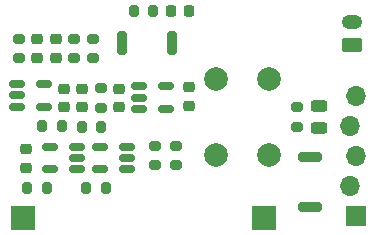
<source format=gbr>
%TF.GenerationSoftware,KiCad,Pcbnew,(6.0.0)*%
%TF.CreationDate,2022-03-02T17:10:44+00:00*%
%TF.ProjectId,Window sensor V5,57696e64-6f77-4207-9365-6e736f722056,rev?*%
%TF.SameCoordinates,Original*%
%TF.FileFunction,Soldermask,Top*%
%TF.FilePolarity,Negative*%
%FSLAX46Y46*%
G04 Gerber Fmt 4.6, Leading zero omitted, Abs format (unit mm)*
G04 Created by KiCad (PCBNEW (6.0.0)) date 2022-03-02 17:10:44*
%MOMM*%
%LPD*%
G01*
G04 APERTURE LIST*
G04 Aperture macros list*
%AMRoundRect*
0 Rectangle with rounded corners*
0 $1 Rounding radius*
0 $2 $3 $4 $5 $6 $7 $8 $9 X,Y pos of 4 corners*
0 Add a 4 corners polygon primitive as box body*
4,1,4,$2,$3,$4,$5,$6,$7,$8,$9,$2,$3,0*
0 Add four circle primitives for the rounded corners*
1,1,$1+$1,$2,$3*
1,1,$1+$1,$4,$5*
1,1,$1+$1,$6,$7*
1,1,$1+$1,$8,$9*
0 Add four rect primitives between the rounded corners*
20,1,$1+$1,$2,$3,$4,$5,0*
20,1,$1+$1,$4,$5,$6,$7,0*
20,1,$1+$1,$6,$7,$8,$9,0*
20,1,$1+$1,$8,$9,$2,$3,0*%
G04 Aperture macros list end*
%ADD10RoundRect,0.200000X-0.275000X0.200000X-0.275000X-0.200000X0.275000X-0.200000X0.275000X0.200000X0*%
%ADD11RoundRect,0.200000X0.275000X-0.200000X0.275000X0.200000X-0.275000X0.200000X-0.275000X-0.200000X0*%
%ADD12RoundRect,0.200000X0.200000X0.275000X-0.200000X0.275000X-0.200000X-0.275000X0.200000X-0.275000X0*%
%ADD13C,2.000000*%
%ADD14RoundRect,0.243750X0.456250X-0.243750X0.456250X0.243750X-0.456250X0.243750X-0.456250X-0.243750X0*%
%ADD15RoundRect,0.200000X0.200000X0.800000X-0.200000X0.800000X-0.200000X-0.800000X0.200000X-0.800000X0*%
%ADD16RoundRect,0.150000X0.512500X0.150000X-0.512500X0.150000X-0.512500X-0.150000X0.512500X-0.150000X0*%
%ADD17R,2.000000X2.000000*%
%ADD18RoundRect,0.225000X-0.250000X0.225000X-0.250000X-0.225000X0.250000X-0.225000X0.250000X0.225000X0*%
%ADD19RoundRect,0.150000X-0.512500X-0.150000X0.512500X-0.150000X0.512500X0.150000X-0.512500X0.150000X0*%
%ADD20R,1.700000X1.700000*%
%ADD21O,1.700000X1.700000*%
%ADD22RoundRect,0.200000X0.800000X-0.200000X0.800000X0.200000X-0.800000X0.200000X-0.800000X-0.200000X0*%
%ADD23RoundRect,0.225000X-0.225000X-0.250000X0.225000X-0.250000X0.225000X0.250000X-0.225000X0.250000X0*%
%ADD24RoundRect,0.200000X-0.200000X-0.275000X0.200000X-0.275000X0.200000X0.275000X-0.200000X0.275000X0*%
%ADD25RoundRect,0.225000X0.250000X-0.225000X0.250000X0.225000X-0.250000X0.225000X-0.250000X-0.225000X0*%
%ADD26RoundRect,0.250000X0.625000X-0.350000X0.625000X0.350000X-0.625000X0.350000X-0.625000X-0.350000X0*%
%ADD27O,1.750000X1.200000*%
G04 APERTURE END LIST*
D10*
%TO.C,R5*%
X117195600Y-71615800D03*
X117195600Y-73265800D03*
%TD*%
D11*
%TO.C,R9*%
X130479800Y-82333600D03*
X130479800Y-80683600D03*
%TD*%
D12*
%TO.C,R8*%
X124142000Y-79070200D03*
X122492000Y-79070200D03*
%TD*%
D13*
%TO.C,SW2*%
X138394000Y-75002000D03*
X138394000Y-81502000D03*
X133894000Y-75002000D03*
X133894000Y-81502000D03*
%TD*%
D14*
%TO.C,D1*%
X142621000Y-79169500D03*
X142621000Y-77294500D03*
%TD*%
D15*
%TO.C,RESET*%
X130141400Y-72009000D03*
X125941400Y-72009000D03*
%TD*%
D12*
%TO.C,R6*%
X120789200Y-79044800D03*
X119139200Y-79044800D03*
%TD*%
D16*
%TO.C,U5*%
X122092300Y-82661800D03*
X122092300Y-81711800D03*
X122092300Y-80761800D03*
X119817300Y-80761800D03*
X119817300Y-82661800D03*
%TD*%
D17*
%TO.C,SW1*%
X117559000Y-86766400D03*
X137945000Y-86766400D03*
%TD*%
D18*
%TO.C,C3*%
X121005600Y-75856800D03*
X121005600Y-77406800D03*
%TD*%
D11*
%TO.C,R2*%
X124104400Y-77456800D03*
X124104400Y-75806800D03*
%TD*%
%TO.C,R4*%
X123418600Y-73265800D03*
X123418600Y-71615800D03*
%TD*%
%TO.C,R7*%
X128701800Y-82333600D03*
X128701800Y-80683600D03*
%TD*%
D19*
%TO.C,U2*%
X127335700Y-75656400D03*
X127335700Y-76606400D03*
X127335700Y-77556400D03*
X129610700Y-77556400D03*
X129610700Y-75656400D03*
%TD*%
D20*
%TO.C,J2*%
X145694400Y-86609000D03*
D21*
X145186400Y-84069000D03*
X145694400Y-81529000D03*
X145186400Y-78989000D03*
X145694400Y-76449000D03*
%TD*%
D18*
%TO.C,C1*%
X131597400Y-75729800D03*
X131597400Y-77279800D03*
%TD*%
D22*
%TO.C,FLASH*%
X141833600Y-85843800D03*
X141833600Y-81643800D03*
%TD*%
D19*
%TO.C,U1*%
X116997900Y-75478600D03*
X116997900Y-76428600D03*
X116997900Y-77378600D03*
X119272900Y-77378600D03*
X119272900Y-75478600D03*
%TD*%
D11*
%TO.C,R3*%
X121862850Y-73265800D03*
X121862850Y-71615800D03*
%TD*%
D18*
%TO.C,C2*%
X125628400Y-75856800D03*
X125628400Y-77406800D03*
%TD*%
%TO.C,C4*%
X122555000Y-75856800D03*
X122555000Y-77406800D03*
%TD*%
D23*
%TO.C,C8*%
X130060400Y-69316600D03*
X131610400Y-69316600D03*
%TD*%
D11*
%TO.C,R11*%
X140690600Y-79077000D03*
X140690600Y-77427000D03*
%TD*%
D18*
%TO.C,C6*%
X118751350Y-71665800D03*
X118751350Y-73215800D03*
%TD*%
D24*
%TO.C,R10*%
X122873000Y-84226400D03*
X124523000Y-84226400D03*
%TD*%
D25*
%TO.C,C7*%
X117754400Y-82537600D03*
X117754400Y-80987600D03*
%TD*%
D12*
%TO.C,R1*%
X119519200Y-84251800D03*
X117869200Y-84251800D03*
%TD*%
D18*
%TO.C,C5*%
X120307100Y-71665800D03*
X120307100Y-73215800D03*
%TD*%
D16*
%TO.C,U4*%
X126359500Y-82687200D03*
X126359500Y-81737200D03*
X126359500Y-80787200D03*
X124084500Y-80787200D03*
X124084500Y-82687200D03*
%TD*%
D12*
%TO.C,R12*%
X128561600Y-69316600D03*
X126911600Y-69316600D03*
%TD*%
D26*
%TO.C,J1*%
X145375800Y-72170800D03*
D27*
X145375800Y-70170800D03*
%TD*%
M02*

</source>
